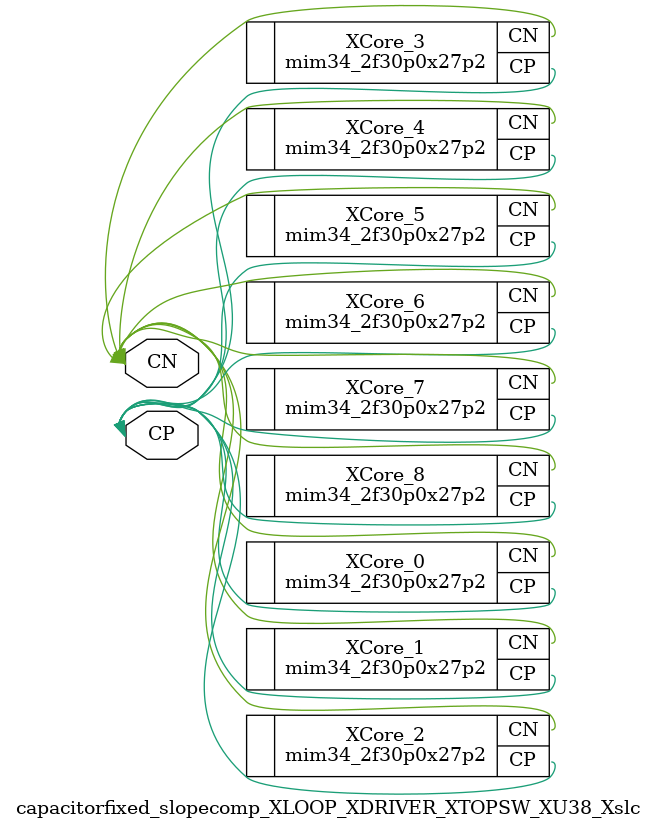
<source format=v>

module mim34_2f30p0x27p2 (CP, CN);
inout CP;
inout CN;
endmodule

//Celera Confidential Do Not Copy capacitorfixed_slopecomp_XLOOP_XDRIVER_XTOPSW_XU38_Xslc
//Celera Confidential Symbol Generator
//CAPACITOR CONTROL:capacitor
//VALUE: 15.00pF TYPE:mim
module capacitorfixed_slopecomp_XLOOP_XDRIVER_XTOPSW_XU38_Xslc (CP,
CN);
inout CP;
inout CN;

//Celera Confidential Do Not Copy Core_
mim34_2f30p0x27p2 XCore_0(
.CP (CP),
.CN (CN)
);
mim34_2f30p0x27p2 XCore_1(
.CP (CP),
.CN (CN)
);
mim34_2f30p0x27p2 XCore_2(
.CP (CP),
.CN (CN)
);
mim34_2f30p0x27p2 XCore_3(
.CP (CP),
.CN (CN)
);
mim34_2f30p0x27p2 XCore_4(
.CP (CP),
.CN (CN)
);
mim34_2f30p0x27p2 XCore_5(
.CP (CP),
.CN (CN)
);
mim34_2f30p0x27p2 XCore_6(
.CP (CP),
.CN (CN)
);
mim34_2f30p0x27p2 XCore_7(
.CP (CP),
.CN (CN)
);
mim34_2f30p0x27p2 XCore_8(
.CP (CP),
.CN (CN)
);

//Celera Confidential Do Not Copy //DieSize,mim34_2f30p0x27p2

//Die Size Calculator mim34_2f30p0x27p2
//,diesize,mim34_2f30p0x27p2,9

//Celera Confidential Do Not Copy Module End
//Celera Schematic Generator
endmodule

</source>
